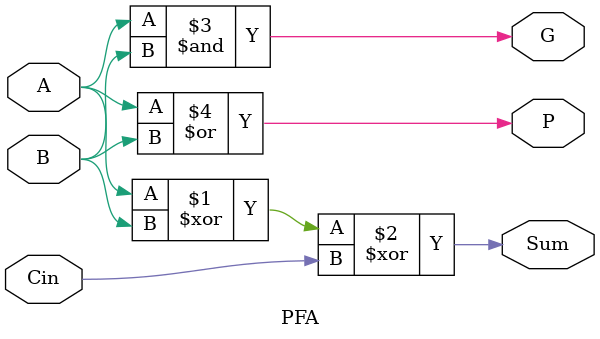
<source format=v>
/*
 * File name: PFA.v
 * File Type: Verilog Source
 * Module name: PFA(A,B,Cin,Sum,G,P)
 * Testbench: PFA_tb.sv
 * Author: Daniel Zhao
 * Date: 10/12/2023
 * Description: This module describes a 1-bit Partial Full Adder. It takes in two bits and a carry in as inputs and outputs
 *              a sum bit, a generate bit, and a propagate bit.
 * Dependent files: none
 */
`default_nettype none
module PFA(A,B,Cin,Sum,G,P);

    // Inputs
    input wire A; // First bit
    input wire B; // Second bit
    input wire Cin; // Carry in

    // Outputs
    output wire Sum; // Sum bit
    output wire G; // Generate bit
    output wire P; // Propagate bit
    
    // Assignments
    assign Sum = A ^ B ^ Cin; // Sum bit is the XOR of the inputs and the carry in
    assign G = A & B; // Generate bit is the AND of the inputs
    assign P = A | B; // Propagate bit is the OR of the inputs
endmodule
`default_nettype wire
</source>
